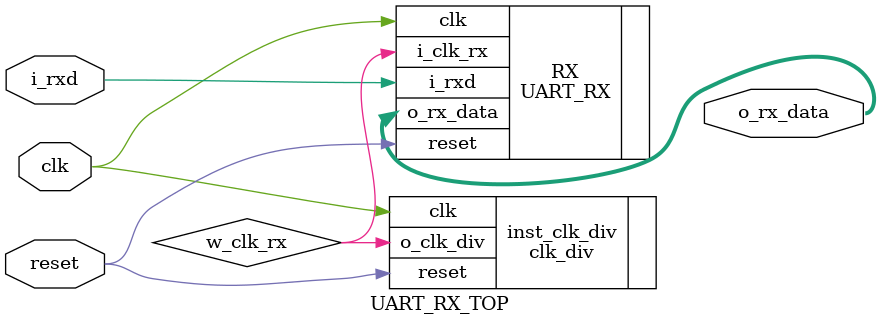
<source format=v>
module  UART_RX_TOP(
    input               clk,
    input               reset,
    input               i_rxd,
    output [7:0]        o_rx_data
);

wire                    w_clk_rx;

UART_RX         RX(
    .clk(clk),
    .reset(reset),
    .i_clk_rx(w_clk_rx),
    .i_rxd(i_rxd),
    .o_rx_data(o_rx_data)
);

clk_div         inst_clk_div(
    .clk(clk),
    .reset(reset),
    .o_clk_div(w_clk_rx)
);

endmodule
</source>
